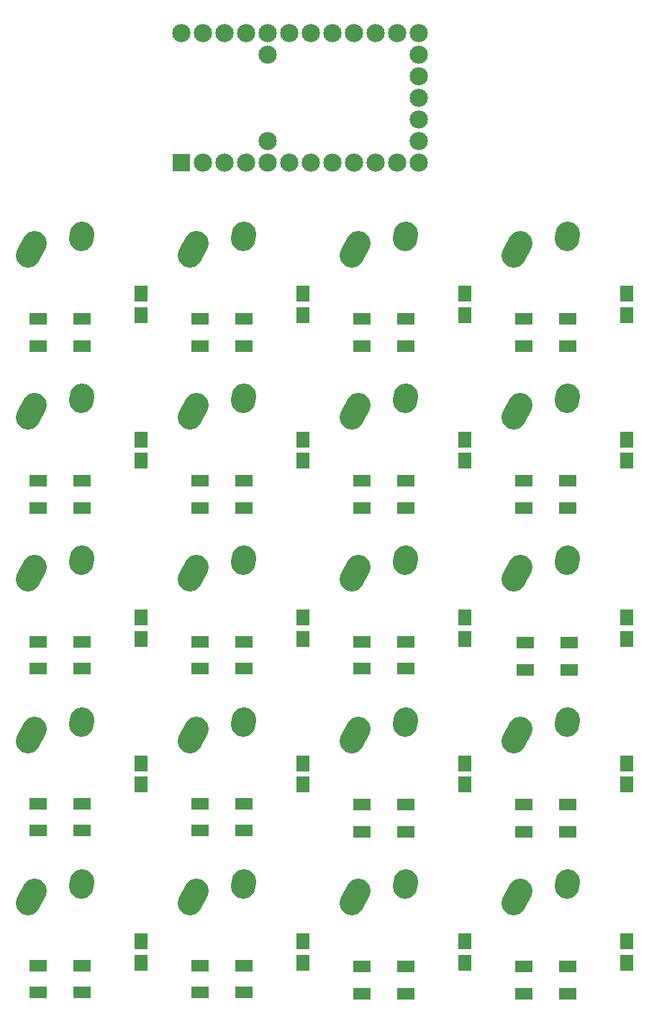
<source format=gbr>
G04 #@! TF.FileFunction,Soldermask,Top*
%FSLAX46Y46*%
G04 Gerber Fmt 4.6, Leading zero omitted, Abs format (unit mm)*
G04 Created by KiCad (PCBNEW 4.0.6) date 02/17/18 19:20:01*
%MOMM*%
%LPD*%
G01*
G04 APERTURE LIST*
%ADD10C,0.100000*%
%ADD11R,1.650000X1.900000*%
%ADD12C,2.900000*%
%ADD13R,2.051000X1.400000*%
%ADD14R,2.152600X2.152600*%
%ADD15C,2.152600*%
G04 APERTURE END LIST*
D10*
D11*
X149225000Y-65425000D03*
X149225000Y-67925000D03*
X168275000Y-65425000D03*
X168275000Y-67925000D03*
X187325000Y-65425000D03*
X187325000Y-67925000D03*
X206375000Y-67925000D03*
X206375000Y-65425000D03*
X149225000Y-85070000D03*
X149225000Y-82570000D03*
X168275000Y-85070000D03*
X168275000Y-82570000D03*
X187325000Y-85070000D03*
X187325000Y-82570000D03*
X206375000Y-85070000D03*
X206375000Y-82570000D03*
X149225000Y-103525000D03*
X149225000Y-106025000D03*
X168275000Y-103525000D03*
X168275000Y-106025000D03*
X187325000Y-103525000D03*
X187325000Y-106025000D03*
X206375000Y-103525000D03*
X206375000Y-106025000D03*
X149225000Y-120670000D03*
X149225000Y-123170000D03*
X168275000Y-120670000D03*
X168275000Y-123170000D03*
X187325000Y-120670000D03*
X187325000Y-123170000D03*
X206375000Y-120670000D03*
X206375000Y-123170000D03*
X149225000Y-141625000D03*
X149225000Y-144125000D03*
X168275000Y-141625000D03*
X168275000Y-144125000D03*
X187325000Y-141625000D03*
X187325000Y-144125000D03*
X206375000Y-141625000D03*
X206375000Y-144125000D03*
D12*
X136700453Y-59500046D02*
X135889547Y-60959954D01*
X142239724Y-58420672D02*
X142200276Y-58999328D01*
X155750453Y-59500046D02*
X154939547Y-60959954D01*
X161289724Y-58420672D02*
X161250276Y-58999328D01*
X174800453Y-59500046D02*
X173989547Y-60959954D01*
X180339724Y-58420672D02*
X180300276Y-58999328D01*
X193850453Y-59500046D02*
X193039547Y-60959954D01*
X199389724Y-58420672D02*
X199350276Y-58999328D01*
X136700453Y-78550046D02*
X135889547Y-80009954D01*
X142239724Y-77470672D02*
X142200276Y-78049328D01*
X155750453Y-78550046D02*
X154939547Y-80009954D01*
X161289724Y-77470672D02*
X161250276Y-78049328D01*
X174800453Y-78550046D02*
X173989547Y-80009954D01*
X180339724Y-77470672D02*
X180300276Y-78049328D01*
X193850453Y-78550046D02*
X193039547Y-80009954D01*
X199389724Y-77470672D02*
X199350276Y-78049328D01*
X136700453Y-97600046D02*
X135889547Y-99059954D01*
X142239724Y-96520672D02*
X142200276Y-97099328D01*
X155750453Y-97600046D02*
X154939547Y-99059954D01*
X161289724Y-96520672D02*
X161250276Y-97099328D01*
X174800453Y-97600046D02*
X173989547Y-99059954D01*
X180339724Y-96520672D02*
X180300276Y-97099328D01*
X193850453Y-97600046D02*
X193039547Y-99059954D01*
X199389724Y-96520672D02*
X199350276Y-97099328D01*
X136700453Y-116650046D02*
X135889547Y-118109954D01*
X142239724Y-115570672D02*
X142200276Y-116149328D01*
X155750453Y-116650046D02*
X154939547Y-118109954D01*
X161289724Y-115570672D02*
X161250276Y-116149328D01*
X174800453Y-116650046D02*
X173989547Y-118109954D01*
X180339724Y-115570672D02*
X180300276Y-116149328D01*
X193850453Y-116650046D02*
X193039547Y-118109954D01*
X199389724Y-115570672D02*
X199350276Y-116149328D01*
X136700453Y-135700046D02*
X135889547Y-137159954D01*
X142239724Y-134620672D02*
X142200276Y-135199328D01*
X155750453Y-135700046D02*
X154939547Y-137159954D01*
X161289724Y-134620672D02*
X161250276Y-135199328D01*
X174800453Y-135700046D02*
X173989547Y-137159954D01*
X180339724Y-134620672D02*
X180300276Y-135199328D01*
X193850453Y-135700046D02*
X193039547Y-137159954D01*
X199389724Y-134620672D02*
X199350276Y-135199328D01*
D13*
X137123000Y-68377000D03*
X142277000Y-68377000D03*
X142277000Y-71577000D03*
X137123000Y-71577000D03*
X156173000Y-68377000D03*
X161327000Y-68377000D03*
X161327000Y-71577000D03*
X156173000Y-71577000D03*
X175223000Y-68377000D03*
X180377000Y-68377000D03*
X180377000Y-71577000D03*
X175223000Y-71577000D03*
X194273000Y-68377000D03*
X199427000Y-68377000D03*
X199427000Y-71577000D03*
X194273000Y-71577000D03*
X137123000Y-87427000D03*
X142277000Y-87427000D03*
X142277000Y-90627000D03*
X137123000Y-90627000D03*
X156173000Y-87427000D03*
X161327000Y-87427000D03*
X161327000Y-90627000D03*
X156173000Y-90627000D03*
X175223000Y-87427000D03*
X180377000Y-87427000D03*
X180377000Y-90627000D03*
X175223000Y-90627000D03*
X194273000Y-87427000D03*
X199427000Y-87427000D03*
X199427000Y-90627000D03*
X194273000Y-90627000D03*
X137123000Y-106350000D03*
X142277000Y-106350000D03*
X142277000Y-109550000D03*
X137123000Y-109550000D03*
X156173000Y-106350000D03*
X161327000Y-106350000D03*
X161327000Y-109550000D03*
X156173000Y-109550000D03*
X175223000Y-106350000D03*
X180377000Y-106350000D03*
X180377000Y-109550000D03*
X175223000Y-109550000D03*
X194400000Y-106477000D03*
X199554000Y-106477000D03*
X199554000Y-109677000D03*
X194400000Y-109677000D03*
X137123000Y-125400000D03*
X142277000Y-125400000D03*
X142277000Y-128600000D03*
X137123000Y-128600000D03*
X156173000Y-125400000D03*
X161327000Y-125400000D03*
X161327000Y-128600000D03*
X156173000Y-128600000D03*
X175223000Y-125527000D03*
X180377000Y-125527000D03*
X180377000Y-128727000D03*
X175223000Y-128727000D03*
X194273000Y-125527000D03*
X199427000Y-125527000D03*
X199427000Y-128727000D03*
X194273000Y-128727000D03*
X137123000Y-144450000D03*
X142277000Y-144450000D03*
X142277000Y-147650000D03*
X137123000Y-147650000D03*
X156173000Y-144450000D03*
X161327000Y-144450000D03*
X161327000Y-147650000D03*
X156173000Y-147650000D03*
X175223000Y-144577000D03*
X180377000Y-144577000D03*
X180377000Y-147777000D03*
X175223000Y-147777000D03*
X194273000Y-144577000D03*
X199427000Y-144577000D03*
X199427000Y-147777000D03*
X194273000Y-147777000D03*
D14*
X153924000Y-50038000D03*
D15*
X156464000Y-50038000D03*
X159004000Y-50038000D03*
X161544000Y-50038000D03*
X164084000Y-50038000D03*
X166624000Y-50038000D03*
X169164000Y-50038000D03*
X171704000Y-50038000D03*
X174244000Y-50038000D03*
X176784000Y-50038000D03*
X179324000Y-50038000D03*
X181864000Y-50038000D03*
X181864000Y-47498000D03*
X181864000Y-44958000D03*
X181864000Y-42418000D03*
X181864000Y-39878000D03*
X181864000Y-37338000D03*
X181864000Y-34798000D03*
X179324000Y-34798000D03*
X176784000Y-34798000D03*
X174244000Y-34798000D03*
X171704000Y-34798000D03*
X169164000Y-34798000D03*
X166624000Y-34798000D03*
X164084000Y-34798000D03*
X161544000Y-34798000D03*
X159004000Y-34798000D03*
X156464000Y-34798000D03*
X153924000Y-34798000D03*
X164084000Y-37338000D03*
X164084000Y-47498000D03*
M02*

</source>
